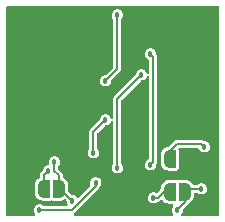
<source format=gbl>
G04 #@! TF.GenerationSoftware,KiCad,Pcbnew,(6.0.9)*
G04 #@! TF.CreationDate,2024-04-27T20:04:49+10:00*
G04 #@! TF.ProjectId,DFO,44464f2e-6b69-4636-9164-5f7063625858,rev?*
G04 #@! TF.SameCoordinates,Original*
G04 #@! TF.FileFunction,Copper,L2,Bot*
G04 #@! TF.FilePolarity,Positive*
%FSLAX46Y46*%
G04 Gerber Fmt 4.6, Leading zero omitted, Abs format (unit mm)*
G04 Created by KiCad (PCBNEW (6.0.9)) date 2024-04-27 20:04:49*
%MOMM*%
%LPD*%
G01*
G04 APERTURE LIST*
G04 Aperture macros list*
%AMFreePoly0*
4,1,22,0.500000,-0.750000,0.000000,-0.750000,0.000000,-0.745033,-0.079941,-0.743568,-0.215256,-0.701293,-0.333266,-0.622738,-0.424486,-0.514219,-0.481581,-0.384460,-0.499164,-0.250000,-0.500000,-0.250000,-0.500000,0.250000,-0.499164,0.250000,-0.499963,0.256109,-0.478152,0.396186,-0.417904,0.524511,-0.324060,0.630769,-0.204165,0.706417,-0.067858,0.745374,0.000000,0.744959,0.000000,0.750000,
0.500000,0.750000,0.500000,-0.750000,0.500000,-0.750000,$1*%
%AMFreePoly1*
4,1,20,0.000000,0.744959,0.073905,0.744508,0.209726,0.703889,0.328688,0.626782,0.421226,0.519385,0.479903,0.390333,0.500000,0.250000,0.500000,-0.250000,0.499851,-0.262216,0.476331,-0.402017,0.414519,-0.529596,0.319384,-0.634700,0.198574,-0.708877,0.061801,-0.746166,0.000000,-0.745033,0.000000,-0.750000,-0.500000,-0.750000,-0.500000,0.750000,0.000000,0.750000,0.000000,0.744959,
0.000000,0.744959,$1*%
G04 Aperture macros list end*
G04 #@! TA.AperFunction,SMDPad,CuDef*
%ADD10FreePoly0,180.000000*%
G04 #@! TD*
G04 #@! TA.AperFunction,SMDPad,CuDef*
%ADD11FreePoly1,180.000000*%
G04 #@! TD*
G04 #@! TA.AperFunction,SMDPad,CuDef*
%ADD12FreePoly0,0.000000*%
G04 #@! TD*
G04 #@! TA.AperFunction,SMDPad,CuDef*
%ADD13FreePoly1,0.000000*%
G04 #@! TD*
G04 #@! TA.AperFunction,ViaPad*
%ADD14C,0.457200*%
G04 #@! TD*
G04 #@! TA.AperFunction,Conductor*
%ADD15C,0.152400*%
G04 #@! TD*
G04 APERTURE END LIST*
D10*
X133238000Y-96266000D03*
D11*
X131938000Y-96266000D03*
D12*
X131938000Y-99060000D03*
D13*
X133238000Y-99060000D03*
D10*
X122570000Y-98806000D03*
D11*
X121270000Y-98806000D03*
D14*
X121920000Y-93980000D03*
X126492000Y-89662000D03*
X126492000Y-92964000D03*
X127508000Y-84074000D03*
X130556000Y-99568000D03*
X125476000Y-95758000D03*
X121666000Y-97282000D03*
X125683700Y-98298000D03*
X120904000Y-100584000D03*
X127508000Y-97028000D03*
X129540000Y-89154000D03*
X130302000Y-96774000D03*
X130302000Y-87376000D03*
X122174000Y-96520000D03*
X123687050Y-99811050D03*
X132588000Y-100584000D03*
X134620000Y-98806000D03*
X134874000Y-95250000D03*
D15*
X130922000Y-99568000D02*
X131684000Y-98806000D01*
X125476000Y-93980000D02*
X126492000Y-92964000D01*
X127508000Y-84074000D02*
X127508000Y-88646000D01*
X127508000Y-88646000D02*
X126492000Y-89662000D01*
X130556000Y-99568000D02*
X130922000Y-99568000D01*
X125476000Y-95758000D02*
X125476000Y-93980000D01*
X121270000Y-97678000D02*
X121666000Y-97282000D01*
X121270000Y-98806000D02*
X121270000Y-97678000D01*
X123698000Y-100584000D02*
X120904000Y-100584000D01*
X125683700Y-98298000D02*
X125683700Y-98598300D01*
X123698000Y-100584000D02*
X125683700Y-98598300D01*
X127508000Y-97028000D02*
X127508000Y-91186000D01*
X127508000Y-91186000D02*
X129540000Y-89154000D01*
X130556000Y-87630000D02*
X130302000Y-87376000D01*
X130302000Y-96774000D02*
X130556000Y-96520000D01*
X130556000Y-96520000D02*
X130556000Y-87630000D01*
X122682000Y-98806000D02*
X122570000Y-98806000D01*
X123687050Y-99811050D02*
X122682000Y-98806000D01*
X122570000Y-98806000D02*
X122570000Y-97678000D01*
X122174000Y-97282000D02*
X122174000Y-96520000D01*
X122570000Y-97678000D02*
X122174000Y-97282000D01*
X132588000Y-100584000D02*
X133238000Y-99934000D01*
X132588000Y-94996000D02*
X131938000Y-95646000D01*
X133238000Y-98806000D02*
X134620000Y-98806000D01*
X134874000Y-95250000D02*
X134620000Y-94996000D01*
X133238000Y-99934000D02*
X133238000Y-99060000D01*
X134620000Y-94996000D02*
X132588000Y-94996000D01*
X131938000Y-95646000D02*
X131938000Y-96520000D01*
G04 #@! TA.AperFunction,Conductor*
G36*
X136089621Y-83328502D02*
G01*
X136136114Y-83382158D01*
X136147500Y-83434500D01*
X136147500Y-100969500D01*
X136127498Y-101037621D01*
X136073842Y-101084114D01*
X136021500Y-101095500D01*
X133055283Y-101095500D01*
X132987162Y-101075498D01*
X132940669Y-101021842D01*
X132930565Y-100951568D01*
X132961868Y-100884945D01*
X132983249Y-100861324D01*
X132983250Y-100861323D01*
X132989277Y-100854664D01*
X132996490Y-100839778D01*
X133045199Y-100739241D01*
X133045199Y-100739240D01*
X133049114Y-100731160D01*
X133071883Y-100595826D01*
X133074090Y-100596197D01*
X133096670Y-100538750D01*
X133107106Y-100526918D01*
X133455031Y-100178993D01*
X133463135Y-100171566D01*
X133483683Y-100154324D01*
X133492128Y-100147238D01*
X133511052Y-100114460D01*
X133516947Y-100105207D01*
X133538659Y-100074199D01*
X133541512Y-100063550D01*
X133543009Y-100060340D01*
X133544221Y-100057011D01*
X133549734Y-100047462D01*
X133551649Y-100036604D01*
X133551948Y-100035781D01*
X133594044Y-99978610D01*
X133604420Y-99971502D01*
X133640362Y-99949434D01*
X133694308Y-99916311D01*
X133697758Y-99913447D01*
X133746577Y-99872917D01*
X133746579Y-99872915D01*
X133750024Y-99870055D01*
X133846138Y-99763871D01*
X133850740Y-99757048D01*
X133884126Y-99707552D01*
X133884129Y-99707547D01*
X133886634Y-99703833D01*
X133902787Y-99670494D01*
X133947123Y-99578982D01*
X133949081Y-99574941D01*
X133971097Y-99505955D01*
X133994859Y-99364717D01*
X133998380Y-99325467D01*
X133998531Y-99313125D01*
X133995970Y-99273792D01*
X133995671Y-99271705D01*
X134008502Y-99201924D01*
X134057054Y-99150124D01*
X134120985Y-99132700D01*
X134213001Y-99132700D01*
X134281122Y-99152702D01*
X134293277Y-99161949D01*
X134297380Y-99166831D01*
X134304851Y-99171804D01*
X134304852Y-99171805D01*
X134356409Y-99206124D01*
X134411621Y-99242876D01*
X134504040Y-99271750D01*
X134534044Y-99281124D01*
X134534045Y-99281124D01*
X134542613Y-99283801D01*
X134608829Y-99285014D01*
X134670849Y-99286151D01*
X134670852Y-99286151D01*
X134679826Y-99286315D01*
X134733251Y-99271750D01*
X134803568Y-99252580D01*
X134803571Y-99252579D01*
X134812230Y-99250218D01*
X134819880Y-99245521D01*
X134819882Y-99245520D01*
X134921529Y-99183109D01*
X134921532Y-99183106D01*
X134929181Y-99178410D01*
X134941528Y-99164770D01*
X135015249Y-99083324D01*
X135015250Y-99083323D01*
X135021277Y-99076664D01*
X135037606Y-99042962D01*
X135077199Y-98961241D01*
X135077199Y-98961240D01*
X135081114Y-98953160D01*
X135100254Y-98839396D01*
X135103077Y-98822618D01*
X135103077Y-98822615D01*
X135103883Y-98817826D01*
X135104027Y-98806000D01*
X135092375Y-98724634D01*
X135085845Y-98679036D01*
X135085844Y-98679033D01*
X135084572Y-98670150D01*
X135027770Y-98545220D01*
X134938187Y-98441255D01*
X134930656Y-98436374D01*
X134930653Y-98436371D01*
X134830557Y-98371492D01*
X134830555Y-98371491D01*
X134823026Y-98366611D01*
X134691544Y-98327290D01*
X134682568Y-98327235D01*
X134682567Y-98327235D01*
X134625868Y-98326888D01*
X134554310Y-98326451D01*
X134422357Y-98364164D01*
X134347393Y-98411462D01*
X134313880Y-98432607D01*
X134313878Y-98432608D01*
X134306292Y-98437395D01*
X134300354Y-98444119D01*
X134294320Y-98449254D01*
X134229480Y-98478172D01*
X134212658Y-98479300D01*
X133995210Y-98479300D01*
X133927089Y-98459298D01*
X133889063Y-98421187D01*
X133857047Y-98371124D01*
X133853159Y-98366611D01*
X133807130Y-98313192D01*
X133763557Y-98262623D01*
X133708986Y-98215018D01*
X133704667Y-98212218D01*
X133592564Y-98139557D01*
X133592563Y-98139557D01*
X133588801Y-98137118D01*
X133584736Y-98135240D01*
X133584731Y-98135237D01*
X133527137Y-98108626D01*
X133523062Y-98106743D01*
X133465642Y-98089571D01*
X133390142Y-98066992D01*
X133390137Y-98066991D01*
X133385844Y-98065707D01*
X133381412Y-98065045D01*
X133381409Y-98065044D01*
X133318656Y-98055666D01*
X133318653Y-98055666D01*
X133314225Y-98055004D01*
X133244320Y-98054577D01*
X133175484Y-98054156D01*
X133175479Y-98054156D01*
X133171004Y-98054129D01*
X133168535Y-98054467D01*
X133164693Y-98054592D01*
X132738000Y-98054592D01*
X132640260Y-98074034D01*
X132633376Y-98078634D01*
X132565630Y-98085918D01*
X132544038Y-98079578D01*
X132535740Y-98074034D01*
X132438000Y-98054592D01*
X131947232Y-98054592D01*
X131946462Y-98054590D01*
X131875490Y-98054156D01*
X131875484Y-98054156D01*
X131871004Y-98054129D01*
X131866561Y-98054738D01*
X131866555Y-98054738D01*
X131836510Y-98058854D01*
X131799259Y-98063957D01*
X131794952Y-98065188D01*
X131794947Y-98065189D01*
X131748975Y-98078328D01*
X131661550Y-98103314D01*
X131657465Y-98105141D01*
X131657463Y-98105142D01*
X131621381Y-98121282D01*
X131595446Y-98132883D01*
X131474318Y-98209309D01*
X131419169Y-98256245D01*
X131324361Y-98363596D01*
X131321906Y-98367333D01*
X131321904Y-98367336D01*
X131290846Y-98414618D01*
X131284605Y-98424119D01*
X131282700Y-98428176D01*
X131282698Y-98428180D01*
X131274726Y-98445160D01*
X131223736Y-98553764D01*
X131222427Y-98558047D01*
X131222425Y-98558051D01*
X131210520Y-98596991D01*
X131202563Y-98623018D01*
X131201874Y-98627441D01*
X131201873Y-98627447D01*
X131195391Y-98669081D01*
X131180529Y-98764536D01*
X131180474Y-98769003D01*
X131180474Y-98769008D01*
X131180130Y-98797187D01*
X131159297Y-98865058D01*
X131143234Y-98884742D01*
X130916208Y-99111768D01*
X130853896Y-99145794D01*
X130783081Y-99140729D01*
X130774262Y-99137053D01*
X130766560Y-99133494D01*
X130759026Y-99128611D01*
X130627544Y-99089290D01*
X130618568Y-99089235D01*
X130618567Y-99089235D01*
X130561868Y-99088888D01*
X130490310Y-99088451D01*
X130358357Y-99126164D01*
X130242292Y-99199395D01*
X130151447Y-99302258D01*
X130093123Y-99426484D01*
X130091743Y-99435349D01*
X130091742Y-99435351D01*
X130074164Y-99548249D01*
X130072009Y-99562087D01*
X130073173Y-99570989D01*
X130073173Y-99570992D01*
X130080906Y-99630126D01*
X130089803Y-99698164D01*
X130115418Y-99756379D01*
X130132143Y-99794387D01*
X130145075Y-99823778D01*
X130233380Y-99928831D01*
X130347621Y-100004876D01*
X130441388Y-100034171D01*
X130470044Y-100043124D01*
X130470045Y-100043124D01*
X130478613Y-100045801D01*
X130544829Y-100047014D01*
X130606849Y-100048151D01*
X130606852Y-100048151D01*
X130615826Y-100048315D01*
X130661801Y-100035781D01*
X130739568Y-100014580D01*
X130739571Y-100014579D01*
X130748230Y-100012218D01*
X130755880Y-100007521D01*
X130755882Y-100007520D01*
X130857533Y-99945106D01*
X130857534Y-99945106D01*
X130865181Y-99940410D01*
X130871202Y-99933758D01*
X130878114Y-99928020D01*
X130879882Y-99930149D01*
X130928276Y-99900507D01*
X130943409Y-99897821D01*
X130950914Y-99898478D01*
X130961560Y-99895625D01*
X130961565Y-99895625D01*
X130987468Y-99888684D01*
X130998197Y-99886305D01*
X131024609Y-99881648D01*
X131024610Y-99881647D01*
X131035462Y-99879734D01*
X131045007Y-99874223D01*
X131048334Y-99873012D01*
X131051551Y-99871512D01*
X131062199Y-99868659D01*
X131093207Y-99846947D01*
X131102464Y-99841050D01*
X131120472Y-99830653D01*
X131135238Y-99822128D01*
X131159566Y-99793135D01*
X131166993Y-99785031D01*
X131169502Y-99782522D01*
X131231814Y-99748496D01*
X131302629Y-99753561D01*
X131355045Y-99790539D01*
X131405795Y-99850914D01*
X131409137Y-99853902D01*
X131456433Y-99896190D01*
X131456438Y-99896194D01*
X131459780Y-99899182D01*
X131463513Y-99901667D01*
X131463517Y-99901670D01*
X131575277Y-99976064D01*
X131575283Y-99976067D01*
X131579005Y-99978545D01*
X131644366Y-100009721D01*
X131648641Y-100011056D01*
X131648647Y-100011059D01*
X131748850Y-100042364D01*
X131781072Y-100052431D01*
X131785496Y-100053148D01*
X131785498Y-100053148D01*
X131805185Y-100056337D01*
X131852556Y-100064009D01*
X131978058Y-100066310D01*
X131991281Y-100066552D01*
X131995755Y-100066634D01*
X132000197Y-100066081D01*
X132004677Y-100065844D01*
X132004683Y-100065950D01*
X132013415Y-100065408D01*
X132127372Y-100065408D01*
X132195493Y-100085410D01*
X132241986Y-100139066D01*
X132252090Y-100209340D01*
X132221814Y-100274815D01*
X132183447Y-100318258D01*
X132125123Y-100442484D01*
X132104009Y-100578087D01*
X132105173Y-100586989D01*
X132105173Y-100586992D01*
X132106377Y-100596197D01*
X132121803Y-100714164D01*
X132177075Y-100839778D01*
X132182853Y-100846651D01*
X132182853Y-100846652D01*
X132217967Y-100888426D01*
X132246488Y-100953442D01*
X132235330Y-101023556D01*
X132188037Y-101076508D01*
X132121515Y-101095500D01*
X123936707Y-101095500D01*
X123868586Y-101075498D01*
X123822093Y-101021842D01*
X123811989Y-100951568D01*
X123841483Y-100886988D01*
X123864433Y-100866290D01*
X123869202Y-100862951D01*
X123878464Y-100857050D01*
X123882597Y-100854664D01*
X123911238Y-100838128D01*
X123935566Y-100809135D01*
X123942993Y-100801031D01*
X125900731Y-98843293D01*
X125908835Y-98835866D01*
X125929383Y-98818624D01*
X125937828Y-98811538D01*
X125956752Y-98778760D01*
X125962647Y-98769507D01*
X125984359Y-98738499D01*
X125987212Y-98727851D01*
X125988712Y-98724634D01*
X125989923Y-98721307D01*
X125995434Y-98711762D01*
X125997349Y-98700904D01*
X125998804Y-98692655D01*
X126029474Y-98629983D01*
X126078949Y-98575324D01*
X126078950Y-98575323D01*
X126084977Y-98568664D01*
X126091455Y-98555295D01*
X126140899Y-98453241D01*
X126140899Y-98453240D01*
X126144814Y-98445160D01*
X126167583Y-98309826D01*
X126167727Y-98298000D01*
X126161331Y-98253336D01*
X126149545Y-98171036D01*
X126149544Y-98171033D01*
X126148272Y-98162150D01*
X126136036Y-98135237D01*
X126119471Y-98098806D01*
X126091470Y-98037220D01*
X126001887Y-97933255D01*
X125994356Y-97928374D01*
X125994353Y-97928371D01*
X125894257Y-97863492D01*
X125894255Y-97863491D01*
X125886726Y-97858611D01*
X125755244Y-97819290D01*
X125746268Y-97819235D01*
X125746267Y-97819235D01*
X125689568Y-97818888D01*
X125618010Y-97818451D01*
X125486057Y-97856164D01*
X125369992Y-97929395D01*
X125279147Y-98032258D01*
X125220823Y-98156484D01*
X125219443Y-98165349D01*
X125219442Y-98165351D01*
X125204297Y-98262623D01*
X125199709Y-98292087D01*
X125200873Y-98300989D01*
X125200873Y-98300992D01*
X125204210Y-98326506D01*
X125217503Y-98428164D01*
X125221120Y-98436384D01*
X125236051Y-98470318D01*
X125245178Y-98540726D01*
X125214791Y-98604891D01*
X125209817Y-98610159D01*
X124271727Y-99548249D01*
X124209415Y-99582275D01*
X124138600Y-99577210D01*
X124087179Y-99541402D01*
X124011099Y-99453108D01*
X124005237Y-99446305D01*
X123997706Y-99441424D01*
X123997703Y-99441421D01*
X123897607Y-99376542D01*
X123897605Y-99376541D01*
X123890076Y-99371661D01*
X123758594Y-99332340D01*
X123749617Y-99332285D01*
X123749616Y-99332285D01*
X123721557Y-99332113D01*
X123653560Y-99311693D01*
X123633234Y-99295210D01*
X123362313Y-99024289D01*
X123328287Y-98961977D01*
X123325408Y-98935194D01*
X123325408Y-98624463D01*
X123326499Y-98610363D01*
X123326409Y-98610355D01*
X123326783Y-98605883D01*
X123327471Y-98601463D01*
X123327791Y-98575324D01*
X123328054Y-98553764D01*
X123328356Y-98529055D01*
X123324725Y-98501283D01*
X123317921Y-98449254D01*
X123309786Y-98387041D01*
X123303399Y-98364164D01*
X123291516Y-98321606D01*
X123291515Y-98321603D01*
X123290311Y-98317291D01*
X123232628Y-98186198D01*
X123203597Y-98139557D01*
X123196737Y-98128536D01*
X123196734Y-98128532D01*
X123194362Y-98124721D01*
X123191477Y-98121289D01*
X123191472Y-98121282D01*
X123105090Y-98018518D01*
X123105089Y-98018517D01*
X123102205Y-98015086D01*
X123077596Y-97993083D01*
X123051567Y-97969810D01*
X123051562Y-97969806D01*
X123048220Y-97966818D01*
X123044487Y-97964333D01*
X123044483Y-97964330D01*
X122952881Y-97903355D01*
X122907258Y-97848958D01*
X122896700Y-97798468D01*
X122896700Y-97697763D01*
X122897180Y-97686781D01*
X122899517Y-97660068D01*
X122900478Y-97649087D01*
X122890684Y-97612534D01*
X122888304Y-97601800D01*
X122883649Y-97575397D01*
X122883648Y-97575395D01*
X122881734Y-97564538D01*
X122876221Y-97554989D01*
X122875009Y-97551660D01*
X122873512Y-97548450D01*
X122870659Y-97537801D01*
X122848947Y-97506793D01*
X122843050Y-97497536D01*
X122829796Y-97474580D01*
X122824128Y-97464762D01*
X122795135Y-97440434D01*
X122787031Y-97433007D01*
X122537605Y-97183581D01*
X122503579Y-97121269D01*
X122500700Y-97094486D01*
X122500700Y-96921612D01*
X122520702Y-96853491D01*
X122533285Y-96837057D01*
X122569249Y-96797324D01*
X122569250Y-96797322D01*
X122575277Y-96790664D01*
X122621842Y-96694553D01*
X122631199Y-96675241D01*
X122631199Y-96675240D01*
X122635114Y-96667160D01*
X122653649Y-96556991D01*
X122657077Y-96536618D01*
X122657077Y-96536615D01*
X122657883Y-96531826D01*
X122658027Y-96520000D01*
X122649258Y-96458765D01*
X122639845Y-96393036D01*
X122639844Y-96393033D01*
X122638572Y-96384150D01*
X122581770Y-96259220D01*
X122492187Y-96155255D01*
X122484656Y-96150374D01*
X122484653Y-96150371D01*
X122384557Y-96085492D01*
X122384555Y-96085491D01*
X122377026Y-96080611D01*
X122245544Y-96041290D01*
X122236568Y-96041235D01*
X122236567Y-96041235D01*
X122179868Y-96040888D01*
X122108310Y-96040451D01*
X121976357Y-96078164D01*
X121860292Y-96151395D01*
X121769447Y-96254258D01*
X121711123Y-96378484D01*
X121709743Y-96387349D01*
X121709742Y-96387351D01*
X121692166Y-96500235D01*
X121690009Y-96514087D01*
X121691173Y-96522989D01*
X121691173Y-96522992D01*
X121694994Y-96552208D01*
X121707528Y-96648060D01*
X121707803Y-96650164D01*
X121707499Y-96650204D01*
X121706625Y-96715600D01*
X121667447Y-96774808D01*
X121605209Y-96802481D01*
X121600310Y-96802451D01*
X121591683Y-96804917D01*
X121591680Y-96804917D01*
X121529363Y-96822728D01*
X121468357Y-96840164D01*
X121352292Y-96913395D01*
X121261447Y-97016258D01*
X121203123Y-97140484D01*
X121201743Y-97149349D01*
X121201742Y-97149351D01*
X121183194Y-97268477D01*
X121152950Y-97332710D01*
X121147789Y-97338187D01*
X121052969Y-97433007D01*
X121044865Y-97440434D01*
X121015872Y-97464762D01*
X121010204Y-97474580D01*
X120996950Y-97497536D01*
X120991053Y-97506793D01*
X120969341Y-97537801D01*
X120966488Y-97548449D01*
X120964988Y-97551666D01*
X120963777Y-97554993D01*
X120958266Y-97564538D01*
X120956353Y-97575390D01*
X120956352Y-97575391D01*
X120951695Y-97601803D01*
X120949316Y-97612532D01*
X120942375Y-97638435D01*
X120942375Y-97638440D01*
X120939522Y-97649086D01*
X120940483Y-97660068D01*
X120942820Y-97686780D01*
X120943300Y-97697762D01*
X120943300Y-97799619D01*
X120923298Y-97867740D01*
X120883228Y-97906994D01*
X120813692Y-97949689D01*
X120810244Y-97952552D01*
X120810242Y-97952553D01*
X120796057Y-97964330D01*
X120757976Y-97995945D01*
X120661862Y-98102129D01*
X120659355Y-98105845D01*
X120659354Y-98105847D01*
X120626888Y-98153981D01*
X120621366Y-98162167D01*
X120558919Y-98291059D01*
X120536903Y-98360045D01*
X120513141Y-98501283D01*
X120509620Y-98540533D01*
X120509469Y-98552875D01*
X120512030Y-98592208D01*
X120513321Y-98601223D01*
X120514592Y-98619071D01*
X120514592Y-98982672D01*
X120513560Y-98998765D01*
X120513544Y-98998886D01*
X120513141Y-99001284D01*
X120509620Y-99040533D01*
X120509469Y-99052875D01*
X120512030Y-99092208D01*
X120532334Y-99233985D01*
X120533592Y-99238287D01*
X120546949Y-99283965D01*
X120552658Y-99303490D01*
X120611938Y-99433869D01*
X120650953Y-99494876D01*
X120744443Y-99603377D01*
X120799014Y-99650982D01*
X120802775Y-99653420D01*
X120802778Y-99653422D01*
X120880553Y-99703833D01*
X120919199Y-99728882D01*
X120923264Y-99730760D01*
X120923269Y-99730763D01*
X120967847Y-99751360D01*
X120984938Y-99759257D01*
X121042358Y-99776429D01*
X121117858Y-99799008D01*
X121117863Y-99799009D01*
X121122156Y-99800293D01*
X121126588Y-99800955D01*
X121126591Y-99800956D01*
X121189344Y-99810334D01*
X121189347Y-99810334D01*
X121193775Y-99810996D01*
X121263680Y-99811423D01*
X121332516Y-99811844D01*
X121332521Y-99811844D01*
X121336996Y-99811871D01*
X121339465Y-99811533D01*
X121343307Y-99811408D01*
X121770000Y-99811408D01*
X121867740Y-99791966D01*
X121874624Y-99787366D01*
X121942370Y-99780082D01*
X121963962Y-99786422D01*
X121972260Y-99791966D01*
X122070000Y-99811408D01*
X122560768Y-99811408D01*
X122561538Y-99811410D01*
X122632510Y-99811844D01*
X122632516Y-99811844D01*
X122636996Y-99811871D01*
X122641439Y-99811262D01*
X122641445Y-99811262D01*
X122671490Y-99807146D01*
X122708741Y-99802043D01*
X122713048Y-99800812D01*
X122713053Y-99800811D01*
X122842139Y-99763918D01*
X122842138Y-99763918D01*
X122846450Y-99762686D01*
X122858326Y-99757374D01*
X122908463Y-99734947D01*
X122908464Y-99734947D01*
X122912554Y-99733117D01*
X122971216Y-99696104D01*
X123039501Y-99676669D01*
X123107453Y-99697238D01*
X123127547Y-99713570D01*
X123170356Y-99756379D01*
X123204382Y-99818691D01*
X123206197Y-99829136D01*
X123208527Y-99846956D01*
X123220853Y-99941214D01*
X123224470Y-99949434D01*
X123270106Y-100053148D01*
X123276125Y-100066828D01*
X123277278Y-100068199D01*
X123295327Y-100133117D01*
X123274345Y-100200942D01*
X123220024Y-100246657D01*
X123169340Y-100257300D01*
X121311098Y-100257300D01*
X121242977Y-100237298D01*
X121228268Y-100226249D01*
X121228048Y-100226057D01*
X121222187Y-100219255D01*
X121214656Y-100214374D01*
X121214653Y-100214371D01*
X121114557Y-100149492D01*
X121114555Y-100149491D01*
X121107026Y-100144611D01*
X120975544Y-100105290D01*
X120966568Y-100105235D01*
X120966567Y-100105235D01*
X120909868Y-100104888D01*
X120838310Y-100104451D01*
X120706357Y-100142164D01*
X120590292Y-100215395D01*
X120499447Y-100318258D01*
X120441123Y-100442484D01*
X120420009Y-100578087D01*
X120421173Y-100586989D01*
X120421173Y-100586992D01*
X120422377Y-100596197D01*
X120437803Y-100714164D01*
X120493075Y-100839778D01*
X120498853Y-100846651D01*
X120498853Y-100846652D01*
X120533967Y-100888426D01*
X120562488Y-100953442D01*
X120551330Y-101023556D01*
X120504037Y-101076508D01*
X120437515Y-101095500D01*
X118232500Y-101095500D01*
X118164379Y-101075498D01*
X118117886Y-101021842D01*
X118106500Y-100969500D01*
X118106500Y-95752087D01*
X124992009Y-95752087D01*
X124993173Y-95760989D01*
X124993173Y-95760992D01*
X124994955Y-95774618D01*
X125009803Y-95888164D01*
X125020837Y-95913241D01*
X125058180Y-95998107D01*
X125065075Y-96013778D01*
X125153380Y-96118831D01*
X125267621Y-96194876D01*
X125361388Y-96224171D01*
X125390044Y-96233124D01*
X125390045Y-96233124D01*
X125398613Y-96235801D01*
X125464829Y-96237014D01*
X125526849Y-96238151D01*
X125526852Y-96238151D01*
X125535826Y-96238315D01*
X125580387Y-96226167D01*
X125659568Y-96204580D01*
X125659571Y-96204579D01*
X125668230Y-96202218D01*
X125675880Y-96197521D01*
X125675882Y-96197520D01*
X125777529Y-96135109D01*
X125777532Y-96135106D01*
X125785181Y-96130410D01*
X125826771Y-96084463D01*
X125871249Y-96035324D01*
X125871250Y-96035323D01*
X125877277Y-96028664D01*
X125883755Y-96015295D01*
X125933199Y-95913241D01*
X125933199Y-95913240D01*
X125937114Y-95905160D01*
X125959883Y-95769826D01*
X125960027Y-95758000D01*
X125950220Y-95689520D01*
X125941845Y-95631036D01*
X125941844Y-95631033D01*
X125940572Y-95622150D01*
X125883770Y-95497220D01*
X125833247Y-95438586D01*
X125803933Y-95373924D01*
X125802700Y-95356338D01*
X125802700Y-94167514D01*
X125822702Y-94099393D01*
X125839605Y-94078419D01*
X126437249Y-93480775D01*
X126499561Y-93446749D01*
X126528649Y-93443891D01*
X126542847Y-93444151D01*
X126542850Y-93444151D01*
X126551826Y-93444315D01*
X126560490Y-93441953D01*
X126675568Y-93410580D01*
X126675571Y-93410579D01*
X126684230Y-93408218D01*
X126691880Y-93403521D01*
X126691882Y-93403520D01*
X126793529Y-93341109D01*
X126793532Y-93341106D01*
X126801181Y-93336410D01*
X126893277Y-93234664D01*
X126941908Y-93134289D01*
X126989610Y-93081706D01*
X127058168Y-93063260D01*
X127125816Y-93084807D01*
X127171075Y-93139507D01*
X127181300Y-93189227D01*
X127181300Y-96626432D01*
X127161298Y-96694553D01*
X127149742Y-96709839D01*
X127103447Y-96762258D01*
X127099633Y-96770381D01*
X127099632Y-96770383D01*
X127083419Y-96804917D01*
X127045123Y-96886484D01*
X127043743Y-96895349D01*
X127043742Y-96895351D01*
X127038466Y-96929241D01*
X127024009Y-97022087D01*
X127025173Y-97030989D01*
X127025173Y-97030992D01*
X127032906Y-97090125D01*
X127041803Y-97158164D01*
X127052837Y-97183241D01*
X127084143Y-97254387D01*
X127097075Y-97283778D01*
X127185380Y-97388831D01*
X127192857Y-97393808D01*
X127288805Y-97457676D01*
X127299621Y-97464876D01*
X127393388Y-97494171D01*
X127422044Y-97503124D01*
X127422045Y-97503124D01*
X127430613Y-97505801D01*
X127496829Y-97507014D01*
X127558849Y-97508151D01*
X127558852Y-97508151D01*
X127567826Y-97508315D01*
X127612387Y-97496167D01*
X127691568Y-97474580D01*
X127691571Y-97474579D01*
X127700230Y-97472218D01*
X127707880Y-97467521D01*
X127707882Y-97467520D01*
X127809529Y-97405109D01*
X127809532Y-97405106D01*
X127817181Y-97400410D01*
X127909277Y-97298664D01*
X127916490Y-97283778D01*
X127965199Y-97183241D01*
X127965199Y-97183240D01*
X127969114Y-97175160D01*
X127991883Y-97039826D01*
X127992027Y-97028000D01*
X127977884Y-96929241D01*
X127973845Y-96901036D01*
X127973844Y-96901033D01*
X127972572Y-96892150D01*
X127915770Y-96767220D01*
X127865247Y-96708586D01*
X127835933Y-96643924D01*
X127834700Y-96626338D01*
X127834700Y-91373514D01*
X127854702Y-91305393D01*
X127871605Y-91284419D01*
X129485249Y-89670775D01*
X129547561Y-89636749D01*
X129576649Y-89633891D01*
X129590847Y-89634151D01*
X129590850Y-89634151D01*
X129599826Y-89634315D01*
X129664255Y-89616750D01*
X129723568Y-89600580D01*
X129723571Y-89600579D01*
X129732230Y-89598218D01*
X129739880Y-89593521D01*
X129739882Y-89593520D01*
X129841529Y-89531109D01*
X129841532Y-89531106D01*
X129849181Y-89526410D01*
X129941277Y-89424664D01*
X129989908Y-89324289D01*
X130037610Y-89271706D01*
X130106168Y-89253260D01*
X130173816Y-89274807D01*
X130219075Y-89329507D01*
X130229300Y-89379227D01*
X130229300Y-96201421D01*
X130209298Y-96269542D01*
X130155642Y-96316035D01*
X130137925Y-96322570D01*
X130125480Y-96326127D01*
X130104357Y-96332164D01*
X129988292Y-96405395D01*
X129897447Y-96508258D01*
X129839123Y-96632484D01*
X129837743Y-96641349D01*
X129837742Y-96641351D01*
X129823424Y-96733311D01*
X129818009Y-96768087D01*
X129819173Y-96776989D01*
X129819173Y-96776992D01*
X129822825Y-96804917D01*
X129835803Y-96904164D01*
X129891075Y-97029778D01*
X129979380Y-97134831D01*
X130035732Y-97172342D01*
X130039966Y-97175160D01*
X130093621Y-97210876D01*
X130187388Y-97240171D01*
X130216044Y-97249124D01*
X130216045Y-97249124D01*
X130224613Y-97251801D01*
X130290829Y-97253014D01*
X130352849Y-97254151D01*
X130352852Y-97254151D01*
X130361826Y-97254315D01*
X130406387Y-97242167D01*
X130485568Y-97220580D01*
X130485571Y-97220579D01*
X130494230Y-97218218D01*
X130501880Y-97213521D01*
X130501882Y-97213520D01*
X130603529Y-97151109D01*
X130603532Y-97151106D01*
X130611181Y-97146410D01*
X130640753Y-97113740D01*
X130697249Y-97051324D01*
X130697250Y-97051323D01*
X130703277Y-97044664D01*
X130708996Y-97032861D01*
X130759199Y-96929241D01*
X130759199Y-96929240D01*
X130763114Y-96921160D01*
X130764603Y-96912311D01*
X130764604Y-96912307D01*
X130783086Y-96802451D01*
X130785806Y-96786281D01*
X130810255Y-96733311D01*
X130810128Y-96733238D01*
X130810930Y-96731849D01*
X130810930Y-96731848D01*
X130820312Y-96715600D01*
X130829045Y-96700473D01*
X130834951Y-96691202D01*
X130850337Y-96669229D01*
X130850338Y-96669228D01*
X130856659Y-96660200D01*
X130859512Y-96649551D01*
X130861008Y-96646344D01*
X130862221Y-96643011D01*
X130867734Y-96633462D01*
X130874307Y-96596186D01*
X130876682Y-96585471D01*
X130886477Y-96548914D01*
X130885402Y-96536618D01*
X130883324Y-96512875D01*
X131177469Y-96512875D01*
X131178387Y-96526967D01*
X131179816Y-96548914D01*
X131180030Y-96552208D01*
X131200334Y-96693985D01*
X131201592Y-96698287D01*
X131218370Y-96755664D01*
X131220658Y-96763490D01*
X131279938Y-96893869D01*
X131318953Y-96954876D01*
X131412443Y-97063377D01*
X131467014Y-97110982D01*
X131470775Y-97113420D01*
X131470778Y-97113422D01*
X131583194Y-97186286D01*
X131587199Y-97188882D01*
X131591264Y-97190760D01*
X131591269Y-97190763D01*
X131624032Y-97205901D01*
X131652938Y-97219257D01*
X131710358Y-97236429D01*
X131785858Y-97259008D01*
X131785863Y-97259009D01*
X131790156Y-97260293D01*
X131794588Y-97260955D01*
X131794591Y-97260956D01*
X131857344Y-97270334D01*
X131857347Y-97270334D01*
X131861775Y-97270996D01*
X131931680Y-97271423D01*
X132000516Y-97271844D01*
X132000521Y-97271844D01*
X132004996Y-97271871D01*
X132007465Y-97271533D01*
X132011307Y-97271408D01*
X132438000Y-97271408D01*
X132535740Y-97251966D01*
X132618601Y-97196601D01*
X132673966Y-97113740D01*
X132693408Y-97016000D01*
X132693408Y-96584463D01*
X132694499Y-96570363D01*
X132694409Y-96570355D01*
X132694783Y-96565883D01*
X132695471Y-96561463D01*
X132695625Y-96548914D01*
X132696186Y-96502962D01*
X132696356Y-96489055D01*
X132694472Y-96474647D01*
X132693408Y-96458310D01*
X132693408Y-96084463D01*
X132694499Y-96070363D01*
X132694409Y-96070355D01*
X132694783Y-96065883D01*
X132695471Y-96061463D01*
X132695791Y-96035324D01*
X132696186Y-96002962D01*
X132696356Y-95989055D01*
X132694472Y-95974647D01*
X132693408Y-95958310D01*
X132693408Y-95516000D01*
X132691375Y-95505778D01*
X132684911Y-95473281D01*
X132691239Y-95402567D01*
X132734794Y-95346500D01*
X132808490Y-95322700D01*
X134300302Y-95322700D01*
X134368423Y-95342702D01*
X134415631Y-95397954D01*
X134463075Y-95505778D01*
X134551380Y-95610831D01*
X134665621Y-95686876D01*
X134759388Y-95716171D01*
X134788044Y-95725124D01*
X134788045Y-95725124D01*
X134796613Y-95727801D01*
X134862829Y-95729014D01*
X134924849Y-95730151D01*
X134924852Y-95730151D01*
X134933826Y-95730315D01*
X134978387Y-95718167D01*
X135057568Y-95696580D01*
X135057571Y-95696579D01*
X135066230Y-95694218D01*
X135073880Y-95689521D01*
X135073882Y-95689520D01*
X135175529Y-95627109D01*
X135175532Y-95627106D01*
X135183181Y-95622410D01*
X135234380Y-95565847D01*
X135269249Y-95527324D01*
X135269250Y-95527323D01*
X135275277Y-95520664D01*
X135282490Y-95505778D01*
X135331199Y-95405241D01*
X135331199Y-95405240D01*
X135335114Y-95397160D01*
X135350651Y-95304814D01*
X135357077Y-95266618D01*
X135357077Y-95266615D01*
X135357883Y-95261826D01*
X135358027Y-95250000D01*
X135338572Y-95114150D01*
X135281770Y-94989220D01*
X135192187Y-94885255D01*
X135184656Y-94880374D01*
X135184653Y-94880371D01*
X135084557Y-94815492D01*
X135084555Y-94815491D01*
X135077026Y-94810611D01*
X134945544Y-94771290D01*
X134936569Y-94771235D01*
X134936568Y-94771235D01*
X134923616Y-94771156D01*
X134910154Y-94771074D01*
X134842158Y-94750656D01*
X134838062Y-94747621D01*
X134833238Y-94741872D01*
X134823692Y-94736360D01*
X134823690Y-94736359D01*
X134800464Y-94722950D01*
X134791207Y-94717053D01*
X134760199Y-94695341D01*
X134749551Y-94692488D01*
X134746334Y-94690988D01*
X134743007Y-94689777D01*
X134733462Y-94684266D01*
X134722610Y-94682353D01*
X134722609Y-94682352D01*
X134696197Y-94677695D01*
X134685468Y-94675316D01*
X134659565Y-94668375D01*
X134659560Y-94668375D01*
X134648914Y-94665522D01*
X134637930Y-94666483D01*
X134637929Y-94666483D01*
X134611220Y-94668820D01*
X134600238Y-94669300D01*
X132607763Y-94669300D01*
X132596781Y-94668820D01*
X132570072Y-94666483D01*
X132570071Y-94666483D01*
X132559087Y-94665522D01*
X132548436Y-94668376D01*
X132548435Y-94668376D01*
X132522534Y-94675316D01*
X132511803Y-94677695D01*
X132503047Y-94679239D01*
X132485397Y-94682351D01*
X132485395Y-94682352D01*
X132474538Y-94684266D01*
X132464989Y-94689779D01*
X132461660Y-94690991D01*
X132458450Y-94692488D01*
X132447801Y-94695341D01*
X132416793Y-94717053D01*
X132407540Y-94722948D01*
X132374762Y-94741872D01*
X132355903Y-94764347D01*
X132350434Y-94770865D01*
X132343007Y-94778969D01*
X131890693Y-95231283D01*
X131828381Y-95265309D01*
X131817176Y-95267222D01*
X131814793Y-95267518D01*
X131812829Y-95267763D01*
X131812828Y-95267763D01*
X131808382Y-95268317D01*
X131670202Y-95305990D01*
X131666102Y-95307764D01*
X131666097Y-95307766D01*
X131607859Y-95332968D01*
X131607856Y-95332970D01*
X131603744Y-95334749D01*
X131599919Y-95337097D01*
X131599920Y-95337097D01*
X131502098Y-95397160D01*
X131481692Y-95409689D01*
X131478244Y-95412552D01*
X131478242Y-95412553D01*
X131445375Y-95439840D01*
X131425976Y-95455945D01*
X131329862Y-95562129D01*
X131327355Y-95565845D01*
X131327354Y-95565847D01*
X131294888Y-95613981D01*
X131289366Y-95622167D01*
X131226919Y-95751059D01*
X131204903Y-95820045D01*
X131181141Y-95961283D01*
X131177620Y-96000533D01*
X131177590Y-96002955D01*
X131177590Y-96002962D01*
X131177550Y-96006214D01*
X131177469Y-96012875D01*
X131180030Y-96052208D01*
X131181321Y-96061223D01*
X131182592Y-96079071D01*
X131182592Y-96442672D01*
X131181560Y-96458765D01*
X131181544Y-96458886D01*
X131181141Y-96461284D01*
X131177620Y-96500533D01*
X131177469Y-96512875D01*
X130883324Y-96512875D01*
X130883179Y-96511216D01*
X130882700Y-96500235D01*
X130882700Y-87649765D01*
X130883179Y-87638784D01*
X130885517Y-87612062D01*
X130885517Y-87612061D01*
X130886477Y-87601086D01*
X130876682Y-87564529D01*
X130874306Y-87553810D01*
X130869648Y-87527395D01*
X130867734Y-87516538D01*
X130862221Y-87506989D01*
X130861008Y-87503656D01*
X130859512Y-87500449D01*
X130856659Y-87489800D01*
X130834951Y-87458798D01*
X130829045Y-87449527D01*
X130815641Y-87426310D01*
X130815639Y-87426308D01*
X130810128Y-87416762D01*
X130809196Y-87415980D01*
X130783524Y-87358520D01*
X130767844Y-87249035D01*
X130766572Y-87240150D01*
X130709770Y-87115220D01*
X130620187Y-87011255D01*
X130612656Y-87006374D01*
X130612653Y-87006371D01*
X130512557Y-86941492D01*
X130512555Y-86941491D01*
X130505026Y-86936611D01*
X130373544Y-86897290D01*
X130364568Y-86897235D01*
X130364567Y-86897235D01*
X130307868Y-86896888D01*
X130236310Y-86896451D01*
X130104357Y-86934164D01*
X129988292Y-87007395D01*
X129897447Y-87110258D01*
X129839123Y-87234484D01*
X129818009Y-87370087D01*
X129819173Y-87378989D01*
X129819173Y-87378992D01*
X129821313Y-87395355D01*
X129835803Y-87506164D01*
X129891075Y-87631778D01*
X129979380Y-87736831D01*
X130093621Y-87812876D01*
X130137511Y-87826588D01*
X130140874Y-87827639D01*
X130199931Y-87867045D01*
X130228308Y-87932124D01*
X130229300Y-87947906D01*
X130229300Y-88930868D01*
X130209298Y-88998989D01*
X130155642Y-89045482D01*
X130085368Y-89055586D01*
X130020788Y-89026092D01*
X129988599Y-88983019D01*
X129951486Y-88901394D01*
X129947770Y-88893220D01*
X129939452Y-88883566D01*
X129864048Y-88796057D01*
X129858187Y-88789255D01*
X129850656Y-88784374D01*
X129850653Y-88784371D01*
X129750557Y-88719492D01*
X129750555Y-88719491D01*
X129743026Y-88714611D01*
X129611544Y-88675290D01*
X129602568Y-88675235D01*
X129602567Y-88675235D01*
X129545868Y-88674888D01*
X129474310Y-88674451D01*
X129342357Y-88712164D01*
X129226292Y-88785395D01*
X129135447Y-88888258D01*
X129077123Y-89012484D01*
X129075743Y-89021349D01*
X129075742Y-89021351D01*
X129057194Y-89140477D01*
X129026950Y-89204710D01*
X129021789Y-89210187D01*
X127290969Y-90941007D01*
X127282865Y-90948434D01*
X127253872Y-90972762D01*
X127234950Y-91005536D01*
X127229053Y-91014793D01*
X127207341Y-91045801D01*
X127204488Y-91056449D01*
X127202988Y-91059666D01*
X127201777Y-91062993D01*
X127196266Y-91072538D01*
X127194353Y-91083390D01*
X127194352Y-91083391D01*
X127189695Y-91109803D01*
X127187316Y-91120532D01*
X127180375Y-91146435D01*
X127180375Y-91146440D01*
X127177522Y-91157086D01*
X127178483Y-91168068D01*
X127180820Y-91194780D01*
X127181300Y-91205762D01*
X127181300Y-92740868D01*
X127161298Y-92808989D01*
X127107642Y-92855482D01*
X127037368Y-92865586D01*
X126972788Y-92836092D01*
X126940599Y-92793019D01*
X126903486Y-92711394D01*
X126899770Y-92703220D01*
X126810187Y-92599255D01*
X126802656Y-92594374D01*
X126802653Y-92594371D01*
X126702557Y-92529492D01*
X126702555Y-92529491D01*
X126695026Y-92524611D01*
X126563544Y-92485290D01*
X126554568Y-92485235D01*
X126554567Y-92485235D01*
X126497868Y-92484888D01*
X126426310Y-92484451D01*
X126294357Y-92522164D01*
X126178292Y-92595395D01*
X126087447Y-92698258D01*
X126029123Y-92822484D01*
X126027743Y-92831349D01*
X126027742Y-92831351D01*
X126009194Y-92950477D01*
X125978950Y-93014710D01*
X125973789Y-93020187D01*
X125258969Y-93735007D01*
X125250865Y-93742434D01*
X125221872Y-93766762D01*
X125202950Y-93799536D01*
X125197053Y-93808793D01*
X125175341Y-93839801D01*
X125172488Y-93850449D01*
X125170988Y-93853666D01*
X125169777Y-93856993D01*
X125164266Y-93866538D01*
X125162353Y-93877390D01*
X125162352Y-93877391D01*
X125157695Y-93903803D01*
X125155316Y-93914532D01*
X125148375Y-93940435D01*
X125148375Y-93940440D01*
X125145522Y-93951086D01*
X125146483Y-93962068D01*
X125148820Y-93988780D01*
X125149300Y-93999762D01*
X125149300Y-95356432D01*
X125129298Y-95424553D01*
X125117742Y-95439839D01*
X125071447Y-95492258D01*
X125067633Y-95500381D01*
X125067632Y-95500383D01*
X125040203Y-95558806D01*
X125013123Y-95616484D01*
X125011743Y-95625349D01*
X125011742Y-95625351D01*
X124995425Y-95730151D01*
X124992009Y-95752087D01*
X118106500Y-95752087D01*
X118106500Y-89656087D01*
X126008009Y-89656087D01*
X126009173Y-89664989D01*
X126009173Y-89664992D01*
X126010377Y-89674197D01*
X126025803Y-89792164D01*
X126081075Y-89917778D01*
X126169380Y-90022831D01*
X126283621Y-90098876D01*
X126377388Y-90128171D01*
X126406044Y-90137124D01*
X126406045Y-90137124D01*
X126414613Y-90139801D01*
X126480829Y-90141014D01*
X126542849Y-90142151D01*
X126542852Y-90142151D01*
X126551826Y-90142315D01*
X126596387Y-90130167D01*
X126675568Y-90108580D01*
X126675571Y-90108579D01*
X126684230Y-90106218D01*
X126691880Y-90101521D01*
X126691882Y-90101520D01*
X126793529Y-90039109D01*
X126793532Y-90039106D01*
X126801181Y-90034410D01*
X126893277Y-89932664D01*
X126900490Y-89917778D01*
X126949199Y-89817241D01*
X126949199Y-89817240D01*
X126953114Y-89809160D01*
X126975883Y-89673826D01*
X126978090Y-89674197D01*
X127000670Y-89616750D01*
X127011106Y-89604918D01*
X127725031Y-88890993D01*
X127733135Y-88883566D01*
X127753683Y-88866324D01*
X127762128Y-88859238D01*
X127781052Y-88826460D01*
X127786947Y-88817207D01*
X127808659Y-88786199D01*
X127811512Y-88775551D01*
X127813012Y-88772334D01*
X127814223Y-88769007D01*
X127819734Y-88759462D01*
X127826305Y-88722197D01*
X127828684Y-88711468D01*
X127835625Y-88685565D01*
X127835625Y-88685560D01*
X127838478Y-88674914D01*
X127835180Y-88637220D01*
X127834700Y-88626238D01*
X127834700Y-84475612D01*
X127854702Y-84407491D01*
X127867285Y-84391057D01*
X127903249Y-84351324D01*
X127903250Y-84351322D01*
X127909277Y-84344664D01*
X127969114Y-84221160D01*
X127991883Y-84085826D01*
X127992027Y-84074000D01*
X127972572Y-83938150D01*
X127915770Y-83813220D01*
X127826187Y-83709255D01*
X127818656Y-83704374D01*
X127818653Y-83704371D01*
X127718557Y-83639492D01*
X127718555Y-83639491D01*
X127711026Y-83634611D01*
X127579544Y-83595290D01*
X127570568Y-83595235D01*
X127570567Y-83595235D01*
X127513868Y-83594888D01*
X127442310Y-83594451D01*
X127310357Y-83632164D01*
X127194292Y-83705395D01*
X127103447Y-83808258D01*
X127045123Y-83932484D01*
X127024009Y-84068087D01*
X127025173Y-84076989D01*
X127025173Y-84076992D01*
X127026955Y-84090618D01*
X127041803Y-84204164D01*
X127097075Y-84329778D01*
X127151753Y-84394826D01*
X127180272Y-84459840D01*
X127181300Y-84475899D01*
X127181300Y-88458486D01*
X127161298Y-88526607D01*
X127144395Y-88547581D01*
X126546244Y-89145732D01*
X126483932Y-89179758D01*
X126456378Y-89182635D01*
X126426310Y-89182451D01*
X126294357Y-89220164D01*
X126178292Y-89293395D01*
X126172350Y-89300123D01*
X126172349Y-89300124D01*
X126146399Y-89329507D01*
X126087447Y-89396258D01*
X126029123Y-89520484D01*
X126027743Y-89529349D01*
X126027742Y-89529351D01*
X126011425Y-89634151D01*
X126008009Y-89656087D01*
X118106500Y-89656087D01*
X118106500Y-83434500D01*
X118126502Y-83366379D01*
X118180158Y-83319886D01*
X118232500Y-83308500D01*
X136021500Y-83308500D01*
X136089621Y-83328502D01*
G37*
G04 #@! TD.AperFunction*
M02*

</source>
